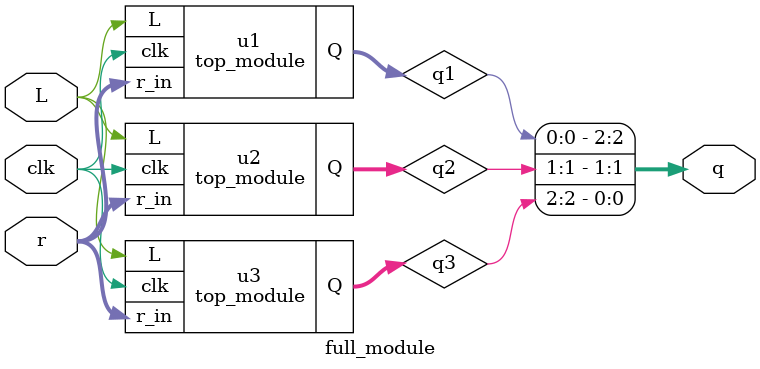
<source format=sv>
module top_module(
    input clk,
    input L,
    input [2:0] r_in,
    output reg [2:0] Q
);

reg [2:0] r;

always @(posedge clk) begin
    if (L) begin
        Q <= r_in;
    end else begin
        Q <= {Q[1] ^ Q[2], Q[0], Q[2]};
    end
end

endmodule
module full_module (
    input [2:0] r,
    input L,
    input clk,
    output reg [2:0] q
);

wire [2:0] q1, q2, q3;

top_module u1 (
    .clk(clk),
    .L(L),
    .r_in(r),
    .Q(q1)
);

top_module u2 (
    .clk(clk),
    .L(L),
    .r_in(r),
    .Q(q2)
);

top_module u3 (
    .clk(clk),
    .L(L),
    .r_in(r),
    .Q(q3)
);

always @(*) begin
    q = {q1[0], q2[1], q3[2]};
end

endmodule

</source>
